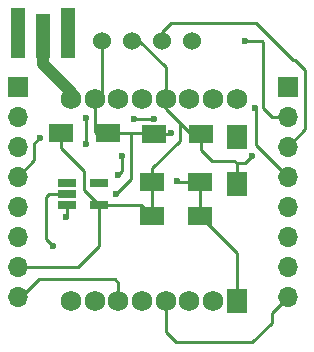
<source format=gtl>
G04 #@! TF.FileFunction,Copper,L1,Top,Signal*
%FSLAX46Y46*%
G04 Gerber Fmt 4.6, Leading zero omitted, Abs format (unit mm)*
G04 Created by KiCad (PCBNEW 4.0.4-stable) date 03/17/17 15:09:56*
%MOMM*%
%LPD*%
G01*
G04 APERTURE LIST*
%ADD10C,0.100000*%
%ADD11R,1.270000X4.191000*%
%ADD12R,1.270000X3.683000*%
%ADD13R,2.000000X1.600000*%
%ADD14R,1.700000X1.700000*%
%ADD15O,1.700000X1.700000*%
%ADD16R,1.560000X0.650000*%
%ADD17C,1.524000*%
%ADD18R,1.700000X2.000000*%
%ADD19R,1.727200X2.000000*%
%ADD20C,1.727200*%
%ADD21C,0.600000*%
%ADD22C,0.250000*%
%ADD23C,1.000000*%
G04 APERTURE END LIST*
D10*
D11*
X124472700Y-84315300D03*
X128765300Y-84315300D03*
D12*
X126619000Y-84569300D03*
D13*
X128149600Y-92811600D03*
X132149600Y-92811600D03*
X135871200Y-99847400D03*
X139871200Y-99847400D03*
X135871200Y-96951800D03*
X139871200Y-96951800D03*
X135972800Y-92913200D03*
X139972800Y-92913200D03*
D14*
X147320000Y-88900000D03*
D15*
X147320000Y-91440000D03*
X147320000Y-93980000D03*
X147320000Y-96520000D03*
X147320000Y-99060000D03*
X147320000Y-101600000D03*
X147320000Y-104140000D03*
X147320000Y-106680000D03*
D14*
X124460000Y-88900000D03*
D15*
X124460000Y-91440000D03*
X124460000Y-93980000D03*
X124460000Y-96520000D03*
X124460000Y-99060000D03*
X124460000Y-101600000D03*
X124460000Y-104140000D03*
X124460000Y-106680000D03*
D16*
X128621800Y-97017800D03*
X128621800Y-97967800D03*
X128621800Y-98917800D03*
X131321800Y-98917800D03*
X131321800Y-97017800D03*
D17*
X131572000Y-84988400D03*
X134112000Y-84988400D03*
X136652000Y-84988400D03*
X139192000Y-84988400D03*
D18*
X143002000Y-93148400D03*
X143002000Y-97148400D03*
D19*
X143002000Y-107034000D03*
D20*
X141002000Y-107034000D03*
X139002000Y-107034000D03*
X137002000Y-107034000D03*
X135002000Y-107034000D03*
X133002000Y-107034000D03*
X131002000Y-107034000D03*
X129002000Y-107034000D03*
X129002000Y-89934000D03*
X131002000Y-89934000D03*
X133002000Y-89934000D03*
X135002000Y-89934000D03*
X137002000Y-89934000D03*
X139002000Y-89934000D03*
X141002000Y-89934000D03*
X143002000Y-89934000D03*
D21*
X137972800Y-96875600D03*
X137464800Y-92811600D03*
X143713200Y-85013800D03*
X127431800Y-102336600D03*
X128574800Y-97942400D03*
X132816600Y-97942400D03*
X144322800Y-94767400D03*
X128621800Y-97017800D03*
X144526000Y-90728800D03*
X128549400Y-99923600D03*
X135991600Y-91592400D03*
X134340600Y-91617800D03*
X126339600Y-93192600D03*
X130251200Y-93700600D03*
X130225800Y-91516200D03*
X132994400Y-96393000D03*
X133324600Y-94716600D03*
X143002000Y-93218000D03*
D22*
X139871200Y-96951800D02*
X138049000Y-96951800D01*
X138049000Y-96951800D02*
X137972800Y-96875600D01*
X137464800Y-92811600D02*
X137363200Y-92913200D01*
X137363200Y-92913200D02*
X135972800Y-92913200D01*
X147320000Y-91440000D02*
X146024600Y-91440000D01*
X145135600Y-85013800D02*
X143713200Y-85013800D01*
X145237200Y-85115400D02*
X145135600Y-85013800D01*
X145237200Y-90652600D02*
X145237200Y-85115400D01*
X146024600Y-91440000D02*
X145237200Y-90652600D01*
X127152400Y-97967800D02*
X128621800Y-97967800D01*
X126898400Y-98221800D02*
X127152400Y-97967800D01*
X126898400Y-101803200D02*
X126898400Y-98221800D01*
X127431800Y-102336600D02*
X126898400Y-101803200D01*
X134061200Y-92811600D02*
X134061200Y-96697800D01*
X128574800Y-97942400D02*
X128600200Y-97967800D01*
X134061200Y-96697800D02*
X132816600Y-97942400D01*
X128600200Y-97967800D02*
X128621800Y-97967800D01*
X131002000Y-89934000D02*
X131002000Y-92721200D01*
X131092400Y-92811600D02*
X132149600Y-92811600D01*
X131002000Y-92721200D02*
X131092400Y-92811600D01*
X132149600Y-92811600D02*
X134061200Y-92811600D01*
X134061200Y-92811600D02*
X135871200Y-92811600D01*
X135871200Y-92811600D02*
X135972800Y-92913200D01*
X139871200Y-96951800D02*
X139871200Y-99847400D01*
X139871200Y-99847400D02*
X143002000Y-102978200D01*
X143002000Y-102978200D02*
X143002000Y-107034000D01*
X131572000Y-84988400D02*
X131572000Y-89364000D01*
X131572000Y-89364000D02*
X131002000Y-89934000D01*
D23*
X129002000Y-89934000D02*
X129002000Y-89378000D01*
X129002000Y-89378000D02*
X126619000Y-86995000D01*
X126619000Y-86995000D02*
X126619000Y-84569300D01*
D22*
X129002000Y-89934000D02*
X128542000Y-89934000D01*
X144322800Y-94767400D02*
X143713200Y-95377000D01*
X143713200Y-95377000D02*
X143002000Y-95377000D01*
X139972800Y-92913200D02*
X139972800Y-94227400D01*
X143002000Y-95377000D02*
X143002000Y-97148400D01*
X142798800Y-95173800D02*
X143002000Y-95377000D01*
X140919200Y-95173800D02*
X142798800Y-95173800D01*
X139972800Y-94227400D02*
X140919200Y-95173800D01*
X131321800Y-98917800D02*
X131321800Y-102358200D01*
X129540000Y-104140000D02*
X124460000Y-104140000D01*
X131321800Y-102358200D02*
X129540000Y-104140000D01*
X128149600Y-92811600D02*
X128149600Y-94113600D01*
X130048000Y-97644000D02*
X131321800Y-98917800D01*
X130048000Y-96012000D02*
X130048000Y-97644000D01*
X128149600Y-94113600D02*
X130048000Y-96012000D01*
X131321800Y-98917800D02*
X134941600Y-98917800D01*
X134941600Y-98917800D02*
X135871200Y-99847400D01*
X135871200Y-96951800D02*
X135871200Y-99847400D01*
X138176000Y-91948000D02*
X138176000Y-93472000D01*
X135871200Y-95776800D02*
X135871200Y-96951800D01*
X138176000Y-93472000D02*
X135871200Y-95776800D01*
X137002000Y-89934000D02*
X137002000Y-90774000D01*
X137002000Y-90774000D02*
X138176000Y-91948000D01*
X138176000Y-91948000D02*
X139141200Y-92913200D01*
X139141200Y-92913200D02*
X139972800Y-92913200D01*
X137002000Y-89934000D02*
X137002000Y-87218000D01*
X137002000Y-87218000D02*
X134772400Y-84988400D01*
X134772400Y-84988400D02*
X134112000Y-84988400D01*
X136652000Y-84988400D02*
X136652000Y-84226400D01*
X136652000Y-84226400D02*
X137414000Y-83464400D01*
X137414000Y-83464400D02*
X144627600Y-83464400D01*
X144627600Y-83464400D02*
X147802600Y-86639400D01*
X147802600Y-86639400D02*
X147980400Y-86639400D01*
X147980400Y-86639400D02*
X148818600Y-87477600D01*
X148818600Y-87477600D02*
X148818600Y-92481400D01*
X148818600Y-92481400D02*
X147320000Y-93980000D01*
X144526000Y-90728800D02*
X144627600Y-90830400D01*
X144627600Y-90830400D02*
X144627600Y-93827600D01*
X144627600Y-93827600D02*
X147320000Y-96520000D01*
X128549400Y-99923600D02*
X128621800Y-99851200D01*
X128621800Y-99851200D02*
X128621800Y-98917800D01*
X137002000Y-107034000D02*
X137002000Y-109620800D01*
X145973800Y-108026200D02*
X147320000Y-106680000D01*
X145973800Y-108889800D02*
X145973800Y-108026200D01*
X144348200Y-110515400D02*
X145973800Y-108889800D01*
X137896600Y-110515400D02*
X144348200Y-110515400D01*
X137002000Y-109620800D02*
X137896600Y-110515400D01*
X134366000Y-91592400D02*
X135991600Y-91592400D01*
X134340600Y-91617800D02*
X134366000Y-91592400D01*
X125857000Y-95123000D02*
X124460000Y-96520000D01*
X125857000Y-93675200D02*
X125857000Y-95123000D01*
X126339600Y-93192600D02*
X125857000Y-93675200D01*
X130251200Y-91541600D02*
X130251200Y-93700600D01*
X130225800Y-91516200D02*
X130251200Y-91541600D01*
X132994400Y-96393000D02*
X133324600Y-96062800D01*
X133324600Y-96062800D02*
X133324600Y-94716600D01*
X124460000Y-106680000D02*
X124739400Y-106680000D01*
X124739400Y-106680000D02*
X126263400Y-105156000D01*
X126263400Y-105156000D02*
X132689600Y-105156000D01*
X132689600Y-105156000D02*
X133002000Y-105468400D01*
X133002000Y-105468400D02*
X133002000Y-107034000D01*
X143002000Y-93218000D02*
X143002000Y-93148400D01*
M02*

</source>
